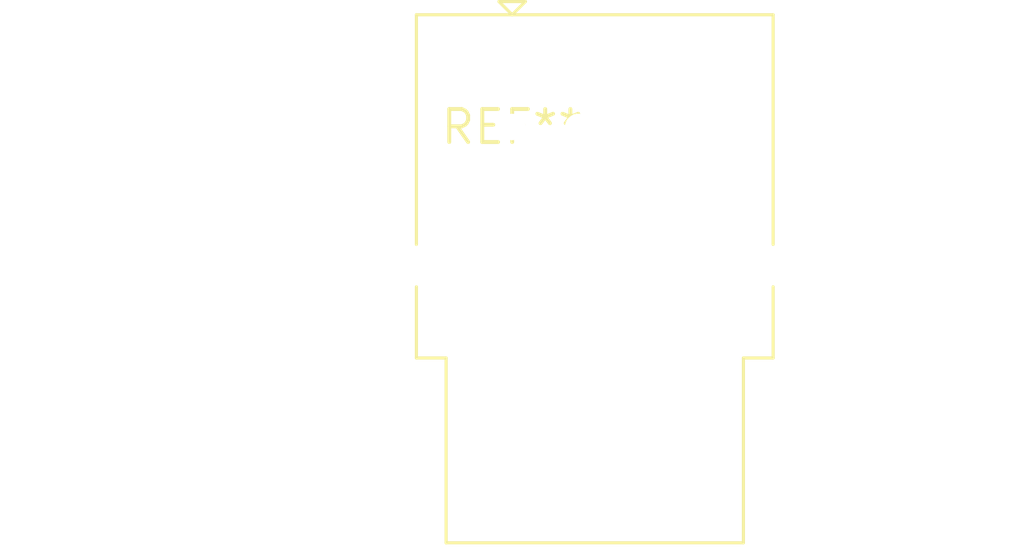
<source format=kicad_pcb>
(kicad_pcb (version 20240108) (generator pcbnew)
  (layers (0 "F.Cu" signal) (31 "B.Cu" signal) (34 "B.Paste" user) (35 "F.Paste" user) (36 "B.SilkS" user "B.Silkscreen") (37 "F.SilkS" user "F.Silkscreen") (38 "B.Mask" user) (39 "F.Mask" user) (44 "Edge.Cuts" user))
  (net 0 "")
  (footprint "MiniXLR-5_Switchcraft_TRAPC_Horizontal" (layer "F.Cu") (at 0 0)
    (property "Reference" "REF**")
    (property "Value" "MiniXLR-5_Switchcraft_TRAPC_Horizontal")
    (fp_line (start -3.683 4.52) (end -3.683 -4.318) (layer "F.SilkS") (stroke (width 0.12)))
    (fp_line (start -3.683 8.89) (end -3.683 6.15) (layer "F.SilkS") (stroke (width 0.12)))
    (fp_line (start -2.54 8.89) (end -3.683 8.89) (layer "F.SilkS") (stroke (width 0.12)))
    (fp_line (start -2.54 16.002) (end -2.54 8.89) (layer "F.SilkS") (stroke (width 0.12)))
    (fp_line (start -0.508 -4.826) (end 0.508 -4.826) (layer "F.SilkS") (stroke (width 0.12)))
    (fp_line (start 0 -4.318) (end -0.508 -4.826) (layer "F.SilkS") (stroke (width 0.12)))
    (fp_line (start 0.508 -4.826) (end 0 -4.318) (layer "F.SilkS") (stroke (width 0.12)))
    (fp_line (start 8.89 8.89) (end 8.89 16.002) (layer "F.SilkS") (stroke (width 0.12)))
    (fp_line (start 8.89 16.002) (end -2.54 16.002) (layer "F.SilkS") (stroke (width 0.12)))
    (fp_line (start 10.033 -4.318) (end -3.683 -4.318) (layer "F.SilkS") (stroke (width 0.12)))
    (fp_line (start 10.033 4.52) (end 10.033 -4.318) (layer "F.SilkS") (stroke (width 0.12)))
    (fp_line (start 10.033 8.89) (end 8.89 8.89) (layer "F.SilkS") (stroke (width 0.12)))
    (fp_line (start 10.033 8.89) (end 10.033 6.15) (layer "F.SilkS") (stroke (width 0.12)))
    (pad "" np_thru_hole circle (at -2.794 5.334 180) (size 1.778 1.778) (drill 1.778) (layers *.Cu *.Mask))
    (pad "" np_thru_hole circle (at 9.144 5.334 180) (size 1.778 1.778) (drill 1.778) (layers *.Cu *.Mask))
    (pad "1" thru_hole rect (at 0 0 180) (size 1.8 1.8) (drill 1.016) (layers *.Cu *.Mask) (remove_unused_layers))
    (pad "2" thru_hole circle (at 1.27 2.54 180) (size 1.8 1.8) (drill 1.016) (layers *.Cu *.Mask) (remove_unused_layers))
    (pad "3" thru_hole circle (at 3.81 2.54 180) (size 1.8 1.8) (drill 1) (layers *.Cu *.Mask) (remove_unused_layers))
    (pad "4" thru_hole circle (at 5.08 0 180) (size 1.8 1.8) (drill 1.016) (layers *.Cu *.Mask) (remove_unused_layers))
    (pad "5" thru_hole circle (at 2.54 0 180) (size 1.8 1.8) (drill 1.016) (layers *.Cu *.Mask) (remove_unused_layers))
  )
)
</source>
